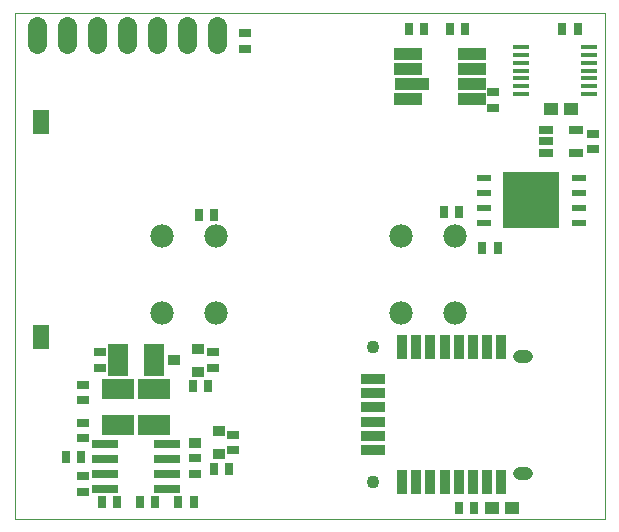
<source format=gts>
G75*
%MOIN*%
%OFA0B0*%
%FSLAX25Y25*%
%IPPOS*%
%LPD*%
%AMOC8*
5,1,8,0,0,1.08239X$1,22.5*
%
%ADD10C,0.00000*%
%ADD11R,0.05124X0.02565*%
%ADD12R,0.09258X0.03943*%
%ADD13R,0.11424X0.03943*%
%ADD14R,0.18904X0.18510*%
%ADD15R,0.05124X0.02172*%
%ADD16R,0.03550X0.08274*%
%ADD17C,0.04337*%
%ADD18R,0.08274X0.03550*%
%ADD19C,0.04337*%
%ADD20R,0.09100X0.02800*%
%ADD21R,0.06699X0.10636*%
%ADD22R,0.10636X0.06699*%
%ADD23R,0.05518X0.08274*%
%ADD24R,0.03900X0.03500*%
%ADD25C,0.07800*%
%ADD26R,0.03156X0.03943*%
%ADD27R,0.03943X0.03156*%
%ADD28R,0.05361X0.01817*%
%ADD29R,0.04731X0.04337*%
%ADD30C,0.06400*%
D10*
X0001113Y0001800D02*
X0001113Y0170698D01*
X0197767Y0170698D01*
X0197767Y0001800D01*
X0001113Y0001800D01*
D11*
X0178081Y0124044D03*
X0178081Y0127784D03*
X0178081Y0131524D03*
X0188318Y0131524D03*
X0188318Y0124044D03*
D12*
X0153377Y0141957D03*
X0153377Y0146879D03*
X0153377Y0151997D03*
X0153377Y0156918D03*
X0132314Y0156918D03*
X0132314Y0151997D03*
X0132314Y0141957D03*
D13*
X0133396Y0146879D03*
D14*
X0173357Y0108099D03*
D15*
X0157609Y0105599D03*
X0157609Y0100599D03*
X0157609Y0110599D03*
X0157609Y0115599D03*
X0189105Y0115599D03*
X0189105Y0110599D03*
X0189105Y0105599D03*
X0189105Y0100599D03*
D16*
X0163278Y0059359D03*
X0158554Y0059359D03*
X0153830Y0059359D03*
X0149105Y0059359D03*
X0144381Y0059359D03*
X0139656Y0059359D03*
X0134932Y0059359D03*
X0130207Y0059359D03*
X0130207Y0014083D03*
X0134932Y0014083D03*
X0139656Y0014083D03*
X0144381Y0014083D03*
X0149105Y0014083D03*
X0153830Y0014083D03*
X0158554Y0014083D03*
X0163278Y0014083D03*
D17*
X0120365Y0014083D03*
X0120365Y0059359D03*
D18*
X0120365Y0048532D03*
X0120365Y0043808D03*
X0120365Y0039083D03*
X0120365Y0034359D03*
X0120365Y0029635D03*
X0120365Y0024910D03*
D19*
X0169184Y0017233D02*
X0171546Y0017233D01*
X0169184Y0017233D02*
X0169184Y0017233D01*
X0171546Y0017233D01*
X0171546Y0017233D01*
X0171546Y0056209D02*
X0169184Y0056209D01*
X0169184Y0056209D01*
X0171546Y0056209D01*
X0171546Y0056209D01*
D20*
X0051767Y0027017D03*
X0051767Y0022017D03*
X0051767Y0017017D03*
X0051767Y0012017D03*
X0031167Y0012017D03*
X0031167Y0017017D03*
X0031167Y0022017D03*
X0031167Y0027017D03*
D21*
X0035562Y0054950D03*
X0047373Y0054950D03*
D22*
X0047373Y0045107D03*
X0035562Y0045107D03*
X0035562Y0033296D03*
X0047373Y0033296D03*
D23*
X0009971Y0062430D03*
X0009971Y0134083D03*
D24*
X0062200Y0058650D03*
X0054200Y0054850D03*
X0062200Y0051050D03*
X0069089Y0031091D03*
X0069089Y0023491D03*
X0061089Y0027291D03*
D25*
X0068084Y0070693D03*
X0050284Y0070693D03*
X0050284Y0096293D03*
X0068084Y0096293D03*
X0130008Y0096293D03*
X0147808Y0096293D03*
X0147808Y0070693D03*
X0130008Y0070693D03*
D26*
X0157019Y0092351D03*
X0162137Y0092351D03*
X0149341Y0104162D03*
X0144223Y0104162D03*
X0146192Y0165186D03*
X0151310Y0165186D03*
X0137530Y0165186D03*
X0132412Y0165186D03*
X0183593Y0165186D03*
X0188711Y0165186D03*
X0067648Y0103178D03*
X0062530Y0103178D03*
X0060562Y0046091D03*
X0065680Y0046091D03*
X0067452Y0018532D03*
X0072570Y0018532D03*
X0060759Y0007706D03*
X0055641Y0007706D03*
X0047963Y0007706D03*
X0042845Y0007706D03*
X0035168Y0007706D03*
X0030050Y0007706D03*
X0023357Y0022469D03*
X0018239Y0022469D03*
X0149144Y0005737D03*
X0154263Y0005737D03*
D27*
X0073948Y0024831D03*
X0073948Y0029950D03*
X0061152Y0022076D03*
X0061152Y0016957D03*
X0023751Y0016170D03*
X0023751Y0011052D03*
X0023751Y0028769D03*
X0023751Y0033887D03*
X0023751Y0041564D03*
X0023751Y0046682D03*
X0029656Y0052391D03*
X0029656Y0057509D03*
X0067058Y0057509D03*
X0067058Y0052391D03*
X0160562Y0139005D03*
X0160562Y0144123D03*
X0194026Y0130343D03*
X0194026Y0125225D03*
X0077885Y0158690D03*
X0077885Y0163808D03*
D28*
X0169814Y0159083D03*
X0169814Y0156524D03*
X0169814Y0153965D03*
X0169814Y0151406D03*
X0169814Y0148847D03*
X0169814Y0146288D03*
X0169814Y0143729D03*
X0192648Y0143729D03*
X0192648Y0146288D03*
X0192648Y0148847D03*
X0192648Y0151406D03*
X0192648Y0153965D03*
X0192648Y0156524D03*
X0192648Y0159083D03*
D29*
X0186546Y0138611D03*
X0179853Y0138611D03*
X0166861Y0005737D03*
X0160168Y0005737D03*
D30*
X0068515Y0160217D02*
X0068515Y0166217D01*
X0058515Y0166217D02*
X0058515Y0160217D01*
X0048515Y0160217D02*
X0048515Y0166217D01*
X0038515Y0166217D02*
X0038515Y0160217D01*
X0028515Y0160217D02*
X0028515Y0166217D01*
X0018515Y0166217D02*
X0018515Y0160217D01*
X0008515Y0160217D02*
X0008515Y0166217D01*
M02*

</source>
